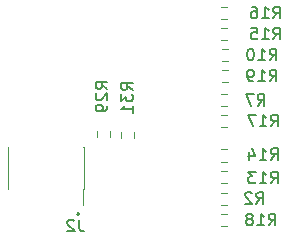
<source format=gbr>
%TF.GenerationSoftware,KiCad,Pcbnew,8.0.1*%
%TF.CreationDate,2024-05-04T23:45:59-07:00*%
%TF.ProjectId,gps_interposer,6770735f-696e-4746-9572-706f7365722e,rev?*%
%TF.SameCoordinates,Original*%
%TF.FileFunction,Legend,Bot*%
%TF.FilePolarity,Positive*%
%FSLAX46Y46*%
G04 Gerber Fmt 4.6, Leading zero omitted, Abs format (unit mm)*
G04 Created by KiCad (PCBNEW 8.0.1) date 2024-05-04 23:45:59*
%MOMM*%
%LPD*%
G01*
G04 APERTURE LIST*
%ADD10C,0.202000*%
%ADD11C,0.150000*%
%ADD12C,0.120000*%
G04 APERTURE END LIST*
D10*
X177520000Y-112776000D02*
G75*
G02*
X177318000Y-112776000I-101000J0D01*
G01*
X177318000Y-112776000D02*
G75*
G02*
X177520000Y-112776000I101000J0D01*
G01*
D11*
X179905819Y-102180142D02*
X179429628Y-101846809D01*
X179905819Y-101608714D02*
X178905819Y-101608714D01*
X178905819Y-101608714D02*
X178905819Y-101989666D01*
X178905819Y-101989666D02*
X178953438Y-102084904D01*
X178953438Y-102084904D02*
X179001057Y-102132523D01*
X179001057Y-102132523D02*
X179096295Y-102180142D01*
X179096295Y-102180142D02*
X179239152Y-102180142D01*
X179239152Y-102180142D02*
X179334390Y-102132523D01*
X179334390Y-102132523D02*
X179382009Y-102084904D01*
X179382009Y-102084904D02*
X179429628Y-101989666D01*
X179429628Y-101989666D02*
X179429628Y-101608714D01*
X179001057Y-102561095D02*
X178953438Y-102608714D01*
X178953438Y-102608714D02*
X178905819Y-102703952D01*
X178905819Y-102703952D02*
X178905819Y-102942047D01*
X178905819Y-102942047D02*
X178953438Y-103037285D01*
X178953438Y-103037285D02*
X179001057Y-103084904D01*
X179001057Y-103084904D02*
X179096295Y-103132523D01*
X179096295Y-103132523D02*
X179191533Y-103132523D01*
X179191533Y-103132523D02*
X179334390Y-103084904D01*
X179334390Y-103084904D02*
X179905819Y-102513476D01*
X179905819Y-102513476D02*
X179905819Y-103132523D01*
X179905819Y-103608714D02*
X179905819Y-103799190D01*
X179905819Y-103799190D02*
X179858200Y-103894428D01*
X179858200Y-103894428D02*
X179810580Y-103942047D01*
X179810580Y-103942047D02*
X179667723Y-104037285D01*
X179667723Y-104037285D02*
X179477247Y-104084904D01*
X179477247Y-104084904D02*
X179096295Y-104084904D01*
X179096295Y-104084904D02*
X179001057Y-104037285D01*
X179001057Y-104037285D02*
X178953438Y-103989666D01*
X178953438Y-103989666D02*
X178905819Y-103894428D01*
X178905819Y-103894428D02*
X178905819Y-103703952D01*
X178905819Y-103703952D02*
X178953438Y-103608714D01*
X178953438Y-103608714D02*
X179001057Y-103561095D01*
X179001057Y-103561095D02*
X179096295Y-103513476D01*
X179096295Y-103513476D02*
X179334390Y-103513476D01*
X179334390Y-103513476D02*
X179429628Y-103561095D01*
X179429628Y-103561095D02*
X179477247Y-103608714D01*
X179477247Y-103608714D02*
X179524866Y-103703952D01*
X179524866Y-103703952D02*
X179524866Y-103894428D01*
X179524866Y-103894428D02*
X179477247Y-103989666D01*
X179477247Y-103989666D02*
X179429628Y-104037285D01*
X179429628Y-104037285D02*
X179334390Y-104084904D01*
X193635857Y-101546819D02*
X193969190Y-101070628D01*
X194207285Y-101546819D02*
X194207285Y-100546819D01*
X194207285Y-100546819D02*
X193826333Y-100546819D01*
X193826333Y-100546819D02*
X193731095Y-100594438D01*
X193731095Y-100594438D02*
X193683476Y-100642057D01*
X193683476Y-100642057D02*
X193635857Y-100737295D01*
X193635857Y-100737295D02*
X193635857Y-100880152D01*
X193635857Y-100880152D02*
X193683476Y-100975390D01*
X193683476Y-100975390D02*
X193731095Y-101023009D01*
X193731095Y-101023009D02*
X193826333Y-101070628D01*
X193826333Y-101070628D02*
X194207285Y-101070628D01*
X192683476Y-101546819D02*
X193254904Y-101546819D01*
X192969190Y-101546819D02*
X192969190Y-100546819D01*
X192969190Y-100546819D02*
X193064428Y-100689676D01*
X193064428Y-100689676D02*
X193159666Y-100784914D01*
X193159666Y-100784914D02*
X193254904Y-100832533D01*
X192207285Y-101546819D02*
X192016809Y-101546819D01*
X192016809Y-101546819D02*
X191921571Y-101499200D01*
X191921571Y-101499200D02*
X191873952Y-101451580D01*
X191873952Y-101451580D02*
X191778714Y-101308723D01*
X191778714Y-101308723D02*
X191731095Y-101118247D01*
X191731095Y-101118247D02*
X191731095Y-100737295D01*
X191731095Y-100737295D02*
X191778714Y-100642057D01*
X191778714Y-100642057D02*
X191826333Y-100594438D01*
X191826333Y-100594438D02*
X191921571Y-100546819D01*
X191921571Y-100546819D02*
X192112047Y-100546819D01*
X192112047Y-100546819D02*
X192207285Y-100594438D01*
X192207285Y-100594438D02*
X192254904Y-100642057D01*
X192254904Y-100642057D02*
X192302523Y-100737295D01*
X192302523Y-100737295D02*
X192302523Y-100975390D01*
X192302523Y-100975390D02*
X192254904Y-101070628D01*
X192254904Y-101070628D02*
X192207285Y-101118247D01*
X192207285Y-101118247D02*
X192112047Y-101165866D01*
X192112047Y-101165866D02*
X191921571Y-101165866D01*
X191921571Y-101165866D02*
X191826333Y-101118247D01*
X191826333Y-101118247D02*
X191778714Y-101070628D01*
X191778714Y-101070628D02*
X191731095Y-100975390D01*
X193729857Y-108194819D02*
X194063190Y-107718628D01*
X194301285Y-108194819D02*
X194301285Y-107194819D01*
X194301285Y-107194819D02*
X193920333Y-107194819D01*
X193920333Y-107194819D02*
X193825095Y-107242438D01*
X193825095Y-107242438D02*
X193777476Y-107290057D01*
X193777476Y-107290057D02*
X193729857Y-107385295D01*
X193729857Y-107385295D02*
X193729857Y-107528152D01*
X193729857Y-107528152D02*
X193777476Y-107623390D01*
X193777476Y-107623390D02*
X193825095Y-107671009D01*
X193825095Y-107671009D02*
X193920333Y-107718628D01*
X193920333Y-107718628D02*
X194301285Y-107718628D01*
X192777476Y-108194819D02*
X193348904Y-108194819D01*
X193063190Y-108194819D02*
X193063190Y-107194819D01*
X193063190Y-107194819D02*
X193158428Y-107337676D01*
X193158428Y-107337676D02*
X193253666Y-107432914D01*
X193253666Y-107432914D02*
X193348904Y-107480533D01*
X191920333Y-107528152D02*
X191920333Y-108194819D01*
X192158428Y-107147200D02*
X192396523Y-107861485D01*
X192396523Y-107861485D02*
X191777476Y-107861485D01*
X193729857Y-110182819D02*
X194063190Y-109706628D01*
X194301285Y-110182819D02*
X194301285Y-109182819D01*
X194301285Y-109182819D02*
X193920333Y-109182819D01*
X193920333Y-109182819D02*
X193825095Y-109230438D01*
X193825095Y-109230438D02*
X193777476Y-109278057D01*
X193777476Y-109278057D02*
X193729857Y-109373295D01*
X193729857Y-109373295D02*
X193729857Y-109516152D01*
X193729857Y-109516152D02*
X193777476Y-109611390D01*
X193777476Y-109611390D02*
X193825095Y-109659009D01*
X193825095Y-109659009D02*
X193920333Y-109706628D01*
X193920333Y-109706628D02*
X194301285Y-109706628D01*
X192777476Y-110182819D02*
X193348904Y-110182819D01*
X193063190Y-110182819D02*
X193063190Y-109182819D01*
X193063190Y-109182819D02*
X193158428Y-109325676D01*
X193158428Y-109325676D02*
X193253666Y-109420914D01*
X193253666Y-109420914D02*
X193348904Y-109468533D01*
X192444142Y-109182819D02*
X191825095Y-109182819D01*
X191825095Y-109182819D02*
X192158428Y-109563771D01*
X192158428Y-109563771D02*
X192015571Y-109563771D01*
X192015571Y-109563771D02*
X191920333Y-109611390D01*
X191920333Y-109611390D02*
X191872714Y-109659009D01*
X191872714Y-109659009D02*
X191825095Y-109754247D01*
X191825095Y-109754247D02*
X191825095Y-109992342D01*
X191825095Y-109992342D02*
X191872714Y-110087580D01*
X191872714Y-110087580D02*
X191920333Y-110135200D01*
X191920333Y-110135200D02*
X192015571Y-110182819D01*
X192015571Y-110182819D02*
X192301285Y-110182819D01*
X192301285Y-110182819D02*
X192396523Y-110135200D01*
X192396523Y-110135200D02*
X192444142Y-110087580D01*
X193555857Y-113738819D02*
X193889190Y-113262628D01*
X194127285Y-113738819D02*
X194127285Y-112738819D01*
X194127285Y-112738819D02*
X193746333Y-112738819D01*
X193746333Y-112738819D02*
X193651095Y-112786438D01*
X193651095Y-112786438D02*
X193603476Y-112834057D01*
X193603476Y-112834057D02*
X193555857Y-112929295D01*
X193555857Y-112929295D02*
X193555857Y-113072152D01*
X193555857Y-113072152D02*
X193603476Y-113167390D01*
X193603476Y-113167390D02*
X193651095Y-113215009D01*
X193651095Y-113215009D02*
X193746333Y-113262628D01*
X193746333Y-113262628D02*
X194127285Y-113262628D01*
X192603476Y-113738819D02*
X193174904Y-113738819D01*
X192889190Y-113738819D02*
X192889190Y-112738819D01*
X192889190Y-112738819D02*
X192984428Y-112881676D01*
X192984428Y-112881676D02*
X193079666Y-112976914D01*
X193079666Y-112976914D02*
X193174904Y-113024533D01*
X192032047Y-113167390D02*
X192127285Y-113119771D01*
X192127285Y-113119771D02*
X192174904Y-113072152D01*
X192174904Y-113072152D02*
X192222523Y-112976914D01*
X192222523Y-112976914D02*
X192222523Y-112929295D01*
X192222523Y-112929295D02*
X192174904Y-112834057D01*
X192174904Y-112834057D02*
X192127285Y-112786438D01*
X192127285Y-112786438D02*
X192032047Y-112738819D01*
X192032047Y-112738819D02*
X191841571Y-112738819D01*
X191841571Y-112738819D02*
X191746333Y-112786438D01*
X191746333Y-112786438D02*
X191698714Y-112834057D01*
X191698714Y-112834057D02*
X191651095Y-112929295D01*
X191651095Y-112929295D02*
X191651095Y-112976914D01*
X191651095Y-112976914D02*
X191698714Y-113072152D01*
X191698714Y-113072152D02*
X191746333Y-113119771D01*
X191746333Y-113119771D02*
X191841571Y-113167390D01*
X191841571Y-113167390D02*
X192032047Y-113167390D01*
X192032047Y-113167390D02*
X192127285Y-113215009D01*
X192127285Y-113215009D02*
X192174904Y-113262628D01*
X192174904Y-113262628D02*
X192222523Y-113357866D01*
X192222523Y-113357866D02*
X192222523Y-113548342D01*
X192222523Y-113548342D02*
X192174904Y-113643580D01*
X192174904Y-113643580D02*
X192127285Y-113691200D01*
X192127285Y-113691200D02*
X192032047Y-113738819D01*
X192032047Y-113738819D02*
X191841571Y-113738819D01*
X191841571Y-113738819D02*
X191746333Y-113691200D01*
X191746333Y-113691200D02*
X191698714Y-113643580D01*
X191698714Y-113643580D02*
X191651095Y-113548342D01*
X191651095Y-113548342D02*
X191651095Y-113357866D01*
X191651095Y-113357866D02*
X191698714Y-113262628D01*
X191698714Y-113262628D02*
X191746333Y-113215009D01*
X191746333Y-113215009D02*
X191841571Y-113167390D01*
X193635857Y-99768819D02*
X193969190Y-99292628D01*
X194207285Y-99768819D02*
X194207285Y-98768819D01*
X194207285Y-98768819D02*
X193826333Y-98768819D01*
X193826333Y-98768819D02*
X193731095Y-98816438D01*
X193731095Y-98816438D02*
X193683476Y-98864057D01*
X193683476Y-98864057D02*
X193635857Y-98959295D01*
X193635857Y-98959295D02*
X193635857Y-99102152D01*
X193635857Y-99102152D02*
X193683476Y-99197390D01*
X193683476Y-99197390D02*
X193731095Y-99245009D01*
X193731095Y-99245009D02*
X193826333Y-99292628D01*
X193826333Y-99292628D02*
X194207285Y-99292628D01*
X192683476Y-99768819D02*
X193254904Y-99768819D01*
X192969190Y-99768819D02*
X192969190Y-98768819D01*
X192969190Y-98768819D02*
X193064428Y-98911676D01*
X193064428Y-98911676D02*
X193159666Y-99006914D01*
X193159666Y-99006914D02*
X193254904Y-99054533D01*
X192064428Y-98768819D02*
X191969190Y-98768819D01*
X191969190Y-98768819D02*
X191873952Y-98816438D01*
X191873952Y-98816438D02*
X191826333Y-98864057D01*
X191826333Y-98864057D02*
X191778714Y-98959295D01*
X191778714Y-98959295D02*
X191731095Y-99149771D01*
X191731095Y-99149771D02*
X191731095Y-99387866D01*
X191731095Y-99387866D02*
X191778714Y-99578342D01*
X191778714Y-99578342D02*
X191826333Y-99673580D01*
X191826333Y-99673580D02*
X191873952Y-99721200D01*
X191873952Y-99721200D02*
X191969190Y-99768819D01*
X191969190Y-99768819D02*
X192064428Y-99768819D01*
X192064428Y-99768819D02*
X192159666Y-99721200D01*
X192159666Y-99721200D02*
X192207285Y-99673580D01*
X192207285Y-99673580D02*
X192254904Y-99578342D01*
X192254904Y-99578342D02*
X192302523Y-99387866D01*
X192302523Y-99387866D02*
X192302523Y-99149771D01*
X192302523Y-99149771D02*
X192254904Y-98959295D01*
X192254904Y-98959295D02*
X192207285Y-98864057D01*
X192207285Y-98864057D02*
X192159666Y-98816438D01*
X192159666Y-98816438D02*
X192064428Y-98768819D01*
X177498333Y-113246819D02*
X177498333Y-113961104D01*
X177498333Y-113961104D02*
X177545952Y-114103961D01*
X177545952Y-114103961D02*
X177641190Y-114199200D01*
X177641190Y-114199200D02*
X177784047Y-114246819D01*
X177784047Y-114246819D02*
X177879285Y-114246819D01*
X177069761Y-113342057D02*
X177022142Y-113294438D01*
X177022142Y-113294438D02*
X176926904Y-113246819D01*
X176926904Y-113246819D02*
X176688809Y-113246819D01*
X176688809Y-113246819D02*
X176593571Y-113294438D01*
X176593571Y-113294438D02*
X176545952Y-113342057D01*
X176545952Y-113342057D02*
X176498333Y-113437295D01*
X176498333Y-113437295D02*
X176498333Y-113532533D01*
X176498333Y-113532533D02*
X176545952Y-113675390D01*
X176545952Y-113675390D02*
X177117380Y-114246819D01*
X177117380Y-114246819D02*
X176498333Y-114246819D01*
X182064819Y-102274142D02*
X181588628Y-101940809D01*
X182064819Y-101702714D02*
X181064819Y-101702714D01*
X181064819Y-101702714D02*
X181064819Y-102083666D01*
X181064819Y-102083666D02*
X181112438Y-102178904D01*
X181112438Y-102178904D02*
X181160057Y-102226523D01*
X181160057Y-102226523D02*
X181255295Y-102274142D01*
X181255295Y-102274142D02*
X181398152Y-102274142D01*
X181398152Y-102274142D02*
X181493390Y-102226523D01*
X181493390Y-102226523D02*
X181541009Y-102178904D01*
X181541009Y-102178904D02*
X181588628Y-102083666D01*
X181588628Y-102083666D02*
X181588628Y-101702714D01*
X181064819Y-102607476D02*
X181064819Y-103226523D01*
X181064819Y-103226523D02*
X181445771Y-102893190D01*
X181445771Y-102893190D02*
X181445771Y-103036047D01*
X181445771Y-103036047D02*
X181493390Y-103131285D01*
X181493390Y-103131285D02*
X181541009Y-103178904D01*
X181541009Y-103178904D02*
X181636247Y-103226523D01*
X181636247Y-103226523D02*
X181874342Y-103226523D01*
X181874342Y-103226523D02*
X181969580Y-103178904D01*
X181969580Y-103178904D02*
X182017200Y-103131285D01*
X182017200Y-103131285D02*
X182064819Y-103036047D01*
X182064819Y-103036047D02*
X182064819Y-102750333D01*
X182064819Y-102750333D02*
X182017200Y-102655095D01*
X182017200Y-102655095D02*
X181969580Y-102607476D01*
X182064819Y-104178904D02*
X182064819Y-103607476D01*
X182064819Y-103893190D02*
X181064819Y-103893190D01*
X181064819Y-103893190D02*
X181207676Y-103797952D01*
X181207676Y-103797952D02*
X181302914Y-103702714D01*
X181302914Y-103702714D02*
X181350533Y-103607476D01*
X192618666Y-103603819D02*
X192951999Y-103127628D01*
X193190094Y-103603819D02*
X193190094Y-102603819D01*
X193190094Y-102603819D02*
X192809142Y-102603819D01*
X192809142Y-102603819D02*
X192713904Y-102651438D01*
X192713904Y-102651438D02*
X192666285Y-102699057D01*
X192666285Y-102699057D02*
X192618666Y-102794295D01*
X192618666Y-102794295D02*
X192618666Y-102937152D01*
X192618666Y-102937152D02*
X192666285Y-103032390D01*
X192666285Y-103032390D02*
X192713904Y-103080009D01*
X192713904Y-103080009D02*
X192809142Y-103127628D01*
X192809142Y-103127628D02*
X193190094Y-103127628D01*
X192285332Y-102603819D02*
X191618666Y-102603819D01*
X191618666Y-102603819D02*
X192047237Y-103603819D01*
X193936857Y-96212819D02*
X194270190Y-95736628D01*
X194508285Y-96212819D02*
X194508285Y-95212819D01*
X194508285Y-95212819D02*
X194127333Y-95212819D01*
X194127333Y-95212819D02*
X194032095Y-95260438D01*
X194032095Y-95260438D02*
X193984476Y-95308057D01*
X193984476Y-95308057D02*
X193936857Y-95403295D01*
X193936857Y-95403295D02*
X193936857Y-95546152D01*
X193936857Y-95546152D02*
X193984476Y-95641390D01*
X193984476Y-95641390D02*
X194032095Y-95689009D01*
X194032095Y-95689009D02*
X194127333Y-95736628D01*
X194127333Y-95736628D02*
X194508285Y-95736628D01*
X192984476Y-96212819D02*
X193555904Y-96212819D01*
X193270190Y-96212819D02*
X193270190Y-95212819D01*
X193270190Y-95212819D02*
X193365428Y-95355676D01*
X193365428Y-95355676D02*
X193460666Y-95450914D01*
X193460666Y-95450914D02*
X193555904Y-95498533D01*
X192127333Y-95212819D02*
X192317809Y-95212819D01*
X192317809Y-95212819D02*
X192413047Y-95260438D01*
X192413047Y-95260438D02*
X192460666Y-95308057D01*
X192460666Y-95308057D02*
X192555904Y-95450914D01*
X192555904Y-95450914D02*
X192603523Y-95641390D01*
X192603523Y-95641390D02*
X192603523Y-96022342D01*
X192603523Y-96022342D02*
X192555904Y-96117580D01*
X192555904Y-96117580D02*
X192508285Y-96165200D01*
X192508285Y-96165200D02*
X192413047Y-96212819D01*
X192413047Y-96212819D02*
X192222571Y-96212819D01*
X192222571Y-96212819D02*
X192127333Y-96165200D01*
X192127333Y-96165200D02*
X192079714Y-96117580D01*
X192079714Y-96117580D02*
X192032095Y-96022342D01*
X192032095Y-96022342D02*
X192032095Y-95784247D01*
X192032095Y-95784247D02*
X192079714Y-95689009D01*
X192079714Y-95689009D02*
X192127333Y-95641390D01*
X192127333Y-95641390D02*
X192222571Y-95593771D01*
X192222571Y-95593771D02*
X192413047Y-95593771D01*
X192413047Y-95593771D02*
X192508285Y-95641390D01*
X192508285Y-95641390D02*
X192555904Y-95689009D01*
X192555904Y-95689009D02*
X192603523Y-95784247D01*
X193729857Y-105356819D02*
X194063190Y-104880628D01*
X194301285Y-105356819D02*
X194301285Y-104356819D01*
X194301285Y-104356819D02*
X193920333Y-104356819D01*
X193920333Y-104356819D02*
X193825095Y-104404438D01*
X193825095Y-104404438D02*
X193777476Y-104452057D01*
X193777476Y-104452057D02*
X193729857Y-104547295D01*
X193729857Y-104547295D02*
X193729857Y-104690152D01*
X193729857Y-104690152D02*
X193777476Y-104785390D01*
X193777476Y-104785390D02*
X193825095Y-104833009D01*
X193825095Y-104833009D02*
X193920333Y-104880628D01*
X193920333Y-104880628D02*
X194301285Y-104880628D01*
X192777476Y-105356819D02*
X193348904Y-105356819D01*
X193063190Y-105356819D02*
X193063190Y-104356819D01*
X193063190Y-104356819D02*
X193158428Y-104499676D01*
X193158428Y-104499676D02*
X193253666Y-104594914D01*
X193253666Y-104594914D02*
X193348904Y-104642533D01*
X192444142Y-104356819D02*
X191777476Y-104356819D01*
X191777476Y-104356819D02*
X192206047Y-105356819D01*
X193936857Y-97990819D02*
X194270190Y-97514628D01*
X194508285Y-97990819D02*
X194508285Y-96990819D01*
X194508285Y-96990819D02*
X194127333Y-96990819D01*
X194127333Y-96990819D02*
X194032095Y-97038438D01*
X194032095Y-97038438D02*
X193984476Y-97086057D01*
X193984476Y-97086057D02*
X193936857Y-97181295D01*
X193936857Y-97181295D02*
X193936857Y-97324152D01*
X193936857Y-97324152D02*
X193984476Y-97419390D01*
X193984476Y-97419390D02*
X194032095Y-97467009D01*
X194032095Y-97467009D02*
X194127333Y-97514628D01*
X194127333Y-97514628D02*
X194508285Y-97514628D01*
X192984476Y-97990819D02*
X193555904Y-97990819D01*
X193270190Y-97990819D02*
X193270190Y-96990819D01*
X193270190Y-96990819D02*
X193365428Y-97133676D01*
X193365428Y-97133676D02*
X193460666Y-97228914D01*
X193460666Y-97228914D02*
X193555904Y-97276533D01*
X192079714Y-96990819D02*
X192555904Y-96990819D01*
X192555904Y-96990819D02*
X192603523Y-97467009D01*
X192603523Y-97467009D02*
X192555904Y-97419390D01*
X192555904Y-97419390D02*
X192460666Y-97371771D01*
X192460666Y-97371771D02*
X192222571Y-97371771D01*
X192222571Y-97371771D02*
X192127333Y-97419390D01*
X192127333Y-97419390D02*
X192079714Y-97467009D01*
X192079714Y-97467009D02*
X192032095Y-97562247D01*
X192032095Y-97562247D02*
X192032095Y-97800342D01*
X192032095Y-97800342D02*
X192079714Y-97895580D01*
X192079714Y-97895580D02*
X192127333Y-97943200D01*
X192127333Y-97943200D02*
X192222571Y-97990819D01*
X192222571Y-97990819D02*
X192460666Y-97990819D01*
X192460666Y-97990819D02*
X192555904Y-97943200D01*
X192555904Y-97943200D02*
X192603523Y-97895580D01*
X192515666Y-111910819D02*
X192848999Y-111434628D01*
X193087094Y-111910819D02*
X193087094Y-110910819D01*
X193087094Y-110910819D02*
X192706142Y-110910819D01*
X192706142Y-110910819D02*
X192610904Y-110958438D01*
X192610904Y-110958438D02*
X192563285Y-111006057D01*
X192563285Y-111006057D02*
X192515666Y-111101295D01*
X192515666Y-111101295D02*
X192515666Y-111244152D01*
X192515666Y-111244152D02*
X192563285Y-111339390D01*
X192563285Y-111339390D02*
X192610904Y-111387009D01*
X192610904Y-111387009D02*
X192706142Y-111434628D01*
X192706142Y-111434628D02*
X193087094Y-111434628D01*
X192134713Y-111006057D02*
X192087094Y-110958438D01*
X192087094Y-110958438D02*
X191991856Y-110910819D01*
X191991856Y-110910819D02*
X191753761Y-110910819D01*
X191753761Y-110910819D02*
X191658523Y-110958438D01*
X191658523Y-110958438D02*
X191610904Y-111006057D01*
X191610904Y-111006057D02*
X191563285Y-111101295D01*
X191563285Y-111101295D02*
X191563285Y-111196533D01*
X191563285Y-111196533D02*
X191610904Y-111339390D01*
X191610904Y-111339390D02*
X192182332Y-111910819D01*
X192182332Y-111910819D02*
X191563285Y-111910819D01*
D12*
%TO.C,R29*%
X179055500Y-106276224D02*
X179055500Y-105766776D01*
X180100500Y-106276224D02*
X180100500Y-105766776D01*
%TO.C,R19*%
X189586776Y-100569500D02*
X190096224Y-100569500D01*
X189586776Y-101614500D02*
X190096224Y-101614500D01*
%TO.C,R14*%
X190030224Y-107300500D02*
X189520776Y-107300500D01*
X190030224Y-108345500D02*
X189520776Y-108345500D01*
%TO.C,R13*%
X190030224Y-109129500D02*
X189520776Y-109129500D01*
X190030224Y-110174500D02*
X189520776Y-110174500D01*
%TO.C,R18*%
X189506776Y-112761500D02*
X190016224Y-112761500D01*
X189506776Y-113806500D02*
X190016224Y-113806500D01*
%TO.C,R10*%
X190096224Y-98791500D02*
X189586776Y-98791500D01*
X190096224Y-99836500D02*
X189586776Y-99836500D01*
%TO.C,J2*%
X171445000Y-107135000D02*
X171445000Y-110665000D01*
X171445000Y-107135000D02*
X171510000Y-107135000D01*
X171445000Y-110665000D02*
X171510000Y-110665000D01*
X177850000Y-107135000D02*
X177915000Y-107135000D01*
X177850000Y-110665000D02*
X177850000Y-111990000D01*
X177850000Y-110665000D02*
X177915000Y-110665000D01*
X177915000Y-107135000D02*
X177915000Y-110665000D01*
%TO.C,R31*%
X181087500Y-105813776D02*
X181087500Y-106323224D01*
X182132500Y-105813776D02*
X182132500Y-106323224D01*
%TO.C,R7*%
X189553776Y-102601500D02*
X190063224Y-102601500D01*
X189553776Y-103646500D02*
X190063224Y-103646500D01*
%TO.C,R16*%
X190063224Y-95235500D02*
X189553776Y-95235500D01*
X190063224Y-96280500D02*
X189553776Y-96280500D01*
%TO.C,R17*%
X189553776Y-104379500D02*
X190063224Y-104379500D01*
X189553776Y-105424500D02*
X190063224Y-105424500D01*
%TO.C,R15*%
X190063224Y-97013500D02*
X189553776Y-97013500D01*
X190063224Y-98058500D02*
X189553776Y-98058500D01*
%TO.C,R2*%
X189506776Y-110983500D02*
X190016224Y-110983500D01*
X189506776Y-112028500D02*
X190016224Y-112028500D01*
%TD*%
M02*

</source>
